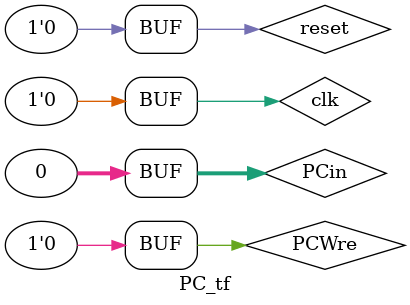
<source format=v>
`timescale 1ns / 1ps


module PC_tf;

	// Inputs
	reg clk;
	reg reset;
	reg PCWre;
	reg [31:0] PCin;

	// Outputs
	wire [31:0] PCOut;

	// Instantiate the Unit Under Test (UUT)
	PC uut (
		.clk(clk), 
		.reset(reset), 
		.PCWre(PCWre), 
		.PCin(PCin), 
		.PCOut(PCOut)
	);

	initial begin
		// Initialize Inputs
		clk = 0;
		reset = 0;
		PCWre = 0;
		PCin = 0;

		// Wait 100 ns for global reset to finish
		#100;
        
		// Add stimulus here

	end
      
endmodule


</source>
